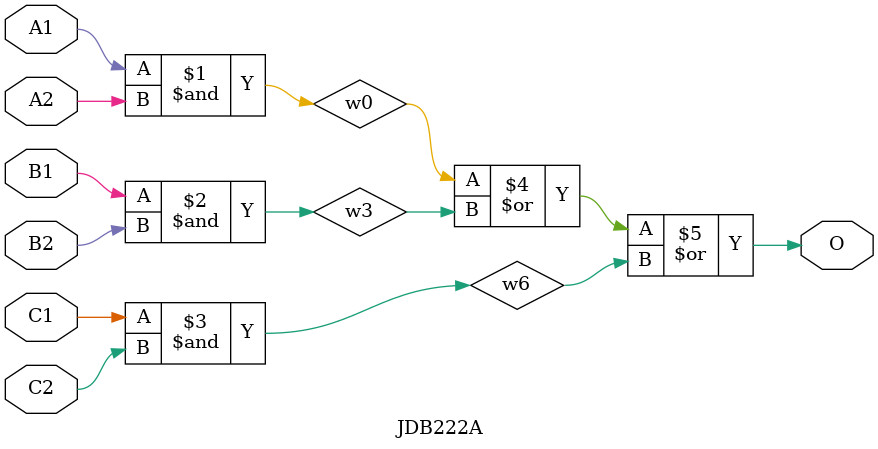
<source format=v>
module JDB222A(A1, A2, B1, B2, C1, C2, O);
input   A1;
input   A2;
input   B1;
input   B2;
input   C1;
input   C2;
output  O;
and g0(w0, A1, A2);
and g1(w3, B1, B2);
and g2(w6, C1, C2);
or g3(O, w0, w3, w6);
endmodule
</source>
